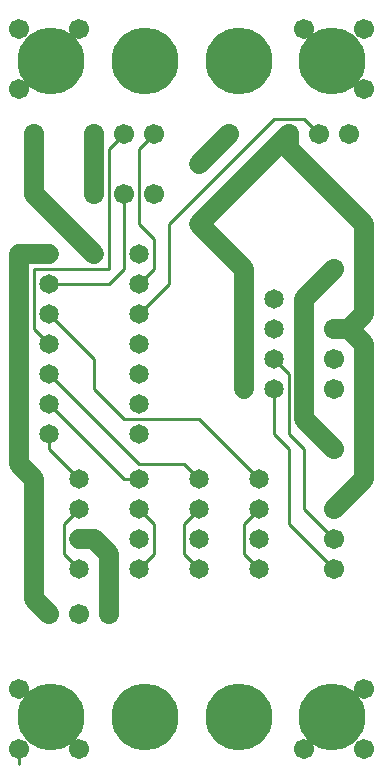
<source format=gtl>
%MOIN*%
%FSLAX25Y25*%
G04 D10 used for Character Trace; *
G04     Circle (OD=.01000) (No hole)*
G04 D11 used for Power Trace; *
G04     Circle (OD=.06700) (No hole)*
G04 D12 used for Signal Trace; *
G04     Circle (OD=.01100) (No hole)*
G04 D13 used for Via; *
G04     Circle (OD=.05800) (Round. Hole ID=.02800)*
G04 D14 used for Component hole; *
G04     Circle (OD=.06500) (Round. Hole ID=.03500)*
G04 D15 used for Component hole; *
G04     Circle (OD=.06700) (Round. Hole ID=.04300)*
G04 D16 used for Component hole; *
G04     Circle (OD=.08100) (Round. Hole ID=.05100)*
G04 D17 used for Component hole; *
G04     Circle (OD=.08900) (Round. Hole ID=.05900)*
G04 D18 used for Component hole; *
G04     Circle (OD=.11300) (Round. Hole ID=.08300)*
G04 D19 used for Component hole; *
G04     Circle (OD=.16000) (Round. Hole ID=.13000)*
G04 D20 used for Component hole; *
G04     Circle (OD=.18300) (Round. Hole ID=.15300)*
G04 D21 used for Component hole; *
G04     Circle (OD=.22291) (Round. Hole ID=.19291)*
%ADD10C,.01000*%
%ADD11C,.06700*%
%ADD12C,.01100*%
%ADD13C,.05800*%
%ADD14C,.06500*%
%ADD15C,.06700*%
%ADD16C,.08100*%
%ADD17C,.08900*%
%ADD18C,.11300*%
%ADD19C,.16000*%
%ADD20C,.18300*%
%ADD21C,.22291*%
%IPPOS*%
%LPD*%
G90*X0Y0D02*D15*X5000Y5000D03*D12*Y0D01*D21*      
X15625Y15625D03*D15*X25000Y5000D03*X5000Y25000D03*
D21*X46875Y15625D03*D15*X35000Y50000D03*D11*      
Y70000D01*X30000Y75000D01*X25000D01*D14*D03*D12*  
X20000Y70000D02*Y80000D01*X25000Y65000D02*        
X20000Y70000D01*D14*X25000Y65000D03*D15*          
X15000Y50000D03*D11*X10000Y55000D01*Y95000D01*    
X5000Y100000D01*Y170000D01*X15000D01*D14*D03*D12* 
X10000Y145000D02*Y165000D01*X15000Y140000D02*     
X10000Y145000D01*D14*X15000Y140000D03*Y150000D03* 
D12*X30000Y135000D01*Y125000D01*X40000Y115000D01* 
X65000D01*X85000Y95000D01*D14*D03*D12*            
X95000Y80000D02*Y105000D01*X110000Y65000D02*      
X95000Y80000D01*D15*X110000Y65000D03*Y75000D03*   
D12*X100000Y85000D01*Y105000D01*X95000Y110000D01* 
Y130000D01*X90000Y135000D01*D14*D03*              
X80000Y145000D03*D11*Y135000D01*D14*D03*D11*      
Y130000D01*Y125000D01*D14*D03*D12*Y130000D02*     
Y135000D01*D14*X90000Y125000D03*D12*Y110000D01*   
X95000Y105000D01*D11*X110000D02*X100000Y115000D01*
D15*X110000Y105000D03*D11*Y85000D02*              
X120000Y95000D01*D15*X110000Y85000D03*D11*        
X120000Y95000D02*Y140000D01*X115000Y145000D01*    
X110000D01*D15*D03*D11*X115000D02*                
X120000Y150000D01*Y180000D01*X95000Y205000D01*    
Y210000D01*D15*D03*D11*X65000Y180000D01*D14*D03*  
D11*X80000Y165000D01*Y155000D01*D14*D03*D11*      
Y145000D01*D14*X90000Y155000D03*Y145000D03*D11*   
X100000Y115000D02*Y155000D01*D15*                 
X110000Y125000D03*Y135000D03*D14*X85000Y85000D03* 
D12*X80000Y80000D01*Y70000D01*X85000Y65000D01*D14*
D03*Y75000D03*X65000Y85000D03*D12*X60000Y80000D01*
Y70000D01*X65000Y65000D01*D14*D03*Y75000D03*D12*  
X50000Y70000D02*Y80000D01*X45000Y65000D02*        
X50000Y70000D01*D14*X45000Y65000D03*Y75000D03*D12*
X50000Y80000D02*X45000Y85000D01*D14*D03*Y95000D03*
D12*X40000D01*X15000Y120000D01*D14*D03*Y130000D03*
D12*X45000Y100000D01*X60000D01*X65000Y95000D01*   
D14*D03*X45000Y110000D03*Y120000D03*Y130000D03*   
X25000Y95000D03*D12*X15000Y105000D01*Y110000D01*  
D14*D03*X25000Y85000D03*D12*X20000Y80000D01*D15*  
X25000Y50000D03*D14*X45000Y140000D03*D21*         
X78125Y15625D03*D14*X45000Y150000D03*D12*         
X55000Y160000D01*Y180000D01*X90000Y215000D01*     
X100000D01*X105000Y210000D01*D15*D03*X115000D03*  
X120000Y225000D03*D21*X78125Y234375D03*X109375D03*
D15*X75000Y210000D03*D11*X65000Y200000D01*D14*D03*
D15*X50000Y210000D03*D12*X45000Y205000D01*        
Y180000D01*X50000Y175000D01*Y165000D01*           
X45000Y160000D01*D14*D03*D12*X35000D02*           
X40000Y165000D01*X15000Y160000D02*X35000D01*D14*  
X15000D03*D12*X10000Y165000D02*X35000D01*         
Y205000D01*X40000Y210000D01*D15*D03*X30000D03*D11*
Y190000D01*D15*D03*X40000D03*D12*Y165000D01*D14*  
X45000Y170000D03*D13*X30000D03*D11*               
X10000Y190000D01*D15*D03*D11*Y210000D01*D15*D03*  
X5000Y225000D03*D21*X15625Y234375D03*D15*         
X25000Y245000D03*X5000D03*D21*X46875Y234375D03*   
D15*X50000Y190000D03*D11*X100000Y155000D02*       
X110000Y165000D01*D15*D03*X120000Y245000D03*      
X100000D03*X120000Y25000D03*D21*X109375Y15625D03* 
D15*X100000Y5000D03*X120000D03*M02*               

</source>
